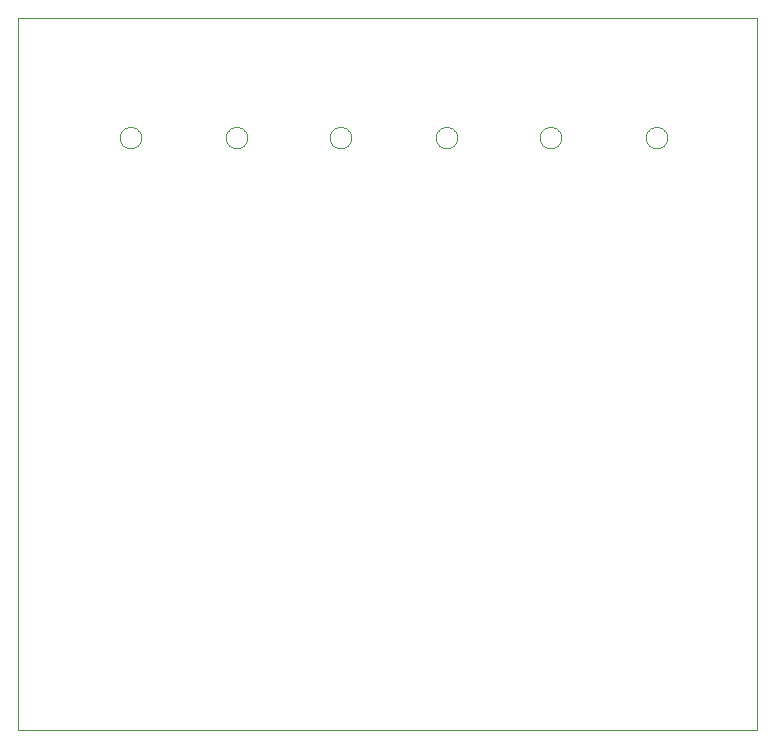
<source format=gtp>
G75*
%MOIN*%
%OFA0B0*%
%FSLAX24Y24*%
%IPPOS*%
%LPD*%
%AMOC8*
5,1,8,0,0,1.08239X$1,22.5*
%
%ADD10C,0.0000*%
D10*
X001300Y002006D02*
X001300Y025752D01*
X025920Y025752D01*
X025920Y002006D01*
X001300Y002006D01*
X004675Y021756D02*
X004677Y021793D01*
X004683Y021830D01*
X004692Y021866D01*
X004706Y021900D01*
X004723Y021933D01*
X004743Y021965D01*
X004766Y021994D01*
X004792Y022020D01*
X004821Y022043D01*
X004852Y022063D01*
X004886Y022080D01*
X004920Y022094D01*
X004956Y022103D01*
X004993Y022109D01*
X005030Y022111D01*
X005067Y022109D01*
X005104Y022103D01*
X005140Y022094D01*
X005174Y022080D01*
X005207Y022063D01*
X005239Y022043D01*
X005268Y022020D01*
X005294Y021994D01*
X005317Y021965D01*
X005337Y021934D01*
X005354Y021900D01*
X005368Y021866D01*
X005377Y021830D01*
X005383Y021793D01*
X005385Y021756D01*
X005383Y021719D01*
X005377Y021682D01*
X005368Y021646D01*
X005354Y021612D01*
X005337Y021579D01*
X005317Y021547D01*
X005294Y021518D01*
X005268Y021492D01*
X005239Y021469D01*
X005208Y021449D01*
X005174Y021432D01*
X005140Y021418D01*
X005104Y021409D01*
X005067Y021403D01*
X005030Y021401D01*
X004993Y021403D01*
X004956Y021409D01*
X004920Y021418D01*
X004886Y021432D01*
X004853Y021449D01*
X004821Y021469D01*
X004792Y021492D01*
X004766Y021518D01*
X004743Y021547D01*
X004723Y021578D01*
X004706Y021612D01*
X004692Y021646D01*
X004683Y021682D01*
X004677Y021719D01*
X004675Y021756D01*
X008215Y021756D02*
X008217Y021793D01*
X008223Y021830D01*
X008232Y021866D01*
X008246Y021900D01*
X008263Y021933D01*
X008283Y021965D01*
X008306Y021994D01*
X008332Y022020D01*
X008361Y022043D01*
X008392Y022063D01*
X008426Y022080D01*
X008460Y022094D01*
X008496Y022103D01*
X008533Y022109D01*
X008570Y022111D01*
X008607Y022109D01*
X008644Y022103D01*
X008680Y022094D01*
X008714Y022080D01*
X008747Y022063D01*
X008779Y022043D01*
X008808Y022020D01*
X008834Y021994D01*
X008857Y021965D01*
X008877Y021934D01*
X008894Y021900D01*
X008908Y021866D01*
X008917Y021830D01*
X008923Y021793D01*
X008925Y021756D01*
X008923Y021719D01*
X008917Y021682D01*
X008908Y021646D01*
X008894Y021612D01*
X008877Y021579D01*
X008857Y021547D01*
X008834Y021518D01*
X008808Y021492D01*
X008779Y021469D01*
X008748Y021449D01*
X008714Y021432D01*
X008680Y021418D01*
X008644Y021409D01*
X008607Y021403D01*
X008570Y021401D01*
X008533Y021403D01*
X008496Y021409D01*
X008460Y021418D01*
X008426Y021432D01*
X008393Y021449D01*
X008361Y021469D01*
X008332Y021492D01*
X008306Y021518D01*
X008283Y021547D01*
X008263Y021578D01*
X008246Y021612D01*
X008232Y021646D01*
X008223Y021682D01*
X008217Y021719D01*
X008215Y021756D01*
X011675Y021756D02*
X011677Y021793D01*
X011683Y021830D01*
X011692Y021866D01*
X011706Y021900D01*
X011723Y021933D01*
X011743Y021965D01*
X011766Y021994D01*
X011792Y022020D01*
X011821Y022043D01*
X011852Y022063D01*
X011886Y022080D01*
X011920Y022094D01*
X011956Y022103D01*
X011993Y022109D01*
X012030Y022111D01*
X012067Y022109D01*
X012104Y022103D01*
X012140Y022094D01*
X012174Y022080D01*
X012207Y022063D01*
X012239Y022043D01*
X012268Y022020D01*
X012294Y021994D01*
X012317Y021965D01*
X012337Y021934D01*
X012354Y021900D01*
X012368Y021866D01*
X012377Y021830D01*
X012383Y021793D01*
X012385Y021756D01*
X012383Y021719D01*
X012377Y021682D01*
X012368Y021646D01*
X012354Y021612D01*
X012337Y021579D01*
X012317Y021547D01*
X012294Y021518D01*
X012268Y021492D01*
X012239Y021469D01*
X012208Y021449D01*
X012174Y021432D01*
X012140Y021418D01*
X012104Y021409D01*
X012067Y021403D01*
X012030Y021401D01*
X011993Y021403D01*
X011956Y021409D01*
X011920Y021418D01*
X011886Y021432D01*
X011853Y021449D01*
X011821Y021469D01*
X011792Y021492D01*
X011766Y021518D01*
X011743Y021547D01*
X011723Y021578D01*
X011706Y021612D01*
X011692Y021646D01*
X011683Y021682D01*
X011677Y021719D01*
X011675Y021756D01*
X015215Y021756D02*
X015217Y021793D01*
X015223Y021830D01*
X015232Y021866D01*
X015246Y021900D01*
X015263Y021933D01*
X015283Y021965D01*
X015306Y021994D01*
X015332Y022020D01*
X015361Y022043D01*
X015392Y022063D01*
X015426Y022080D01*
X015460Y022094D01*
X015496Y022103D01*
X015533Y022109D01*
X015570Y022111D01*
X015607Y022109D01*
X015644Y022103D01*
X015680Y022094D01*
X015714Y022080D01*
X015747Y022063D01*
X015779Y022043D01*
X015808Y022020D01*
X015834Y021994D01*
X015857Y021965D01*
X015877Y021934D01*
X015894Y021900D01*
X015908Y021866D01*
X015917Y021830D01*
X015923Y021793D01*
X015925Y021756D01*
X015923Y021719D01*
X015917Y021682D01*
X015908Y021646D01*
X015894Y021612D01*
X015877Y021579D01*
X015857Y021547D01*
X015834Y021518D01*
X015808Y021492D01*
X015779Y021469D01*
X015748Y021449D01*
X015714Y021432D01*
X015680Y021418D01*
X015644Y021409D01*
X015607Y021403D01*
X015570Y021401D01*
X015533Y021403D01*
X015496Y021409D01*
X015460Y021418D01*
X015426Y021432D01*
X015393Y021449D01*
X015361Y021469D01*
X015332Y021492D01*
X015306Y021518D01*
X015283Y021547D01*
X015263Y021578D01*
X015246Y021612D01*
X015232Y021646D01*
X015223Y021682D01*
X015217Y021719D01*
X015215Y021756D01*
X018675Y021756D02*
X018677Y021793D01*
X018683Y021830D01*
X018692Y021866D01*
X018706Y021900D01*
X018723Y021933D01*
X018743Y021965D01*
X018766Y021994D01*
X018792Y022020D01*
X018821Y022043D01*
X018852Y022063D01*
X018886Y022080D01*
X018920Y022094D01*
X018956Y022103D01*
X018993Y022109D01*
X019030Y022111D01*
X019067Y022109D01*
X019104Y022103D01*
X019140Y022094D01*
X019174Y022080D01*
X019207Y022063D01*
X019239Y022043D01*
X019268Y022020D01*
X019294Y021994D01*
X019317Y021965D01*
X019337Y021934D01*
X019354Y021900D01*
X019368Y021866D01*
X019377Y021830D01*
X019383Y021793D01*
X019385Y021756D01*
X019383Y021719D01*
X019377Y021682D01*
X019368Y021646D01*
X019354Y021612D01*
X019337Y021579D01*
X019317Y021547D01*
X019294Y021518D01*
X019268Y021492D01*
X019239Y021469D01*
X019208Y021449D01*
X019174Y021432D01*
X019140Y021418D01*
X019104Y021409D01*
X019067Y021403D01*
X019030Y021401D01*
X018993Y021403D01*
X018956Y021409D01*
X018920Y021418D01*
X018886Y021432D01*
X018853Y021449D01*
X018821Y021469D01*
X018792Y021492D01*
X018766Y021518D01*
X018743Y021547D01*
X018723Y021578D01*
X018706Y021612D01*
X018692Y021646D01*
X018683Y021682D01*
X018677Y021719D01*
X018675Y021756D01*
X022215Y021756D02*
X022217Y021793D01*
X022223Y021830D01*
X022232Y021866D01*
X022246Y021900D01*
X022263Y021933D01*
X022283Y021965D01*
X022306Y021994D01*
X022332Y022020D01*
X022361Y022043D01*
X022392Y022063D01*
X022426Y022080D01*
X022460Y022094D01*
X022496Y022103D01*
X022533Y022109D01*
X022570Y022111D01*
X022607Y022109D01*
X022644Y022103D01*
X022680Y022094D01*
X022714Y022080D01*
X022747Y022063D01*
X022779Y022043D01*
X022808Y022020D01*
X022834Y021994D01*
X022857Y021965D01*
X022877Y021934D01*
X022894Y021900D01*
X022908Y021866D01*
X022917Y021830D01*
X022923Y021793D01*
X022925Y021756D01*
X022923Y021719D01*
X022917Y021682D01*
X022908Y021646D01*
X022894Y021612D01*
X022877Y021579D01*
X022857Y021547D01*
X022834Y021518D01*
X022808Y021492D01*
X022779Y021469D01*
X022748Y021449D01*
X022714Y021432D01*
X022680Y021418D01*
X022644Y021409D01*
X022607Y021403D01*
X022570Y021401D01*
X022533Y021403D01*
X022496Y021409D01*
X022460Y021418D01*
X022426Y021432D01*
X022393Y021449D01*
X022361Y021469D01*
X022332Y021492D01*
X022306Y021518D01*
X022283Y021547D01*
X022263Y021578D01*
X022246Y021612D01*
X022232Y021646D01*
X022223Y021682D01*
X022217Y021719D01*
X022215Y021756D01*
M02*

</source>
